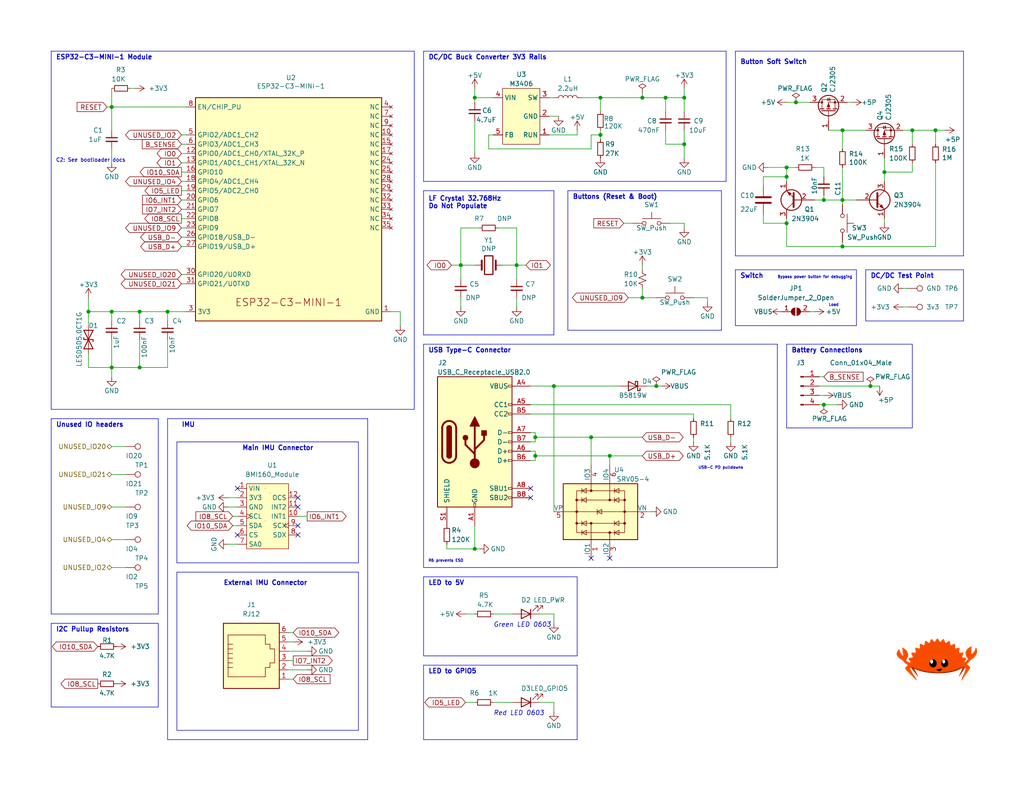
<source format=kicad_sch>
(kicad_sch (version 20230121) (generator eeschema)
  (paper "USLetter")
  (title_block (title "18650_Slime_Main") (date "2023-01-28") (rev "V1.0.0") (company "gitlab.com/wigwagwent/18650_slime") (comment 1 "Licensed under CERN-OHL-P v2 or later") (comment 2 "For use with SlimeVR and made with <3"))
  (junction (at 146.05 124.46))
  (junction (at 146.05 119.38))
  (junction (at 30.48 85.09))
  (junction (at 163.83 26.67))
  (junction (at 237.49 105.41))
  (junction (at 229.87 67.31))
  (junction (at 229.87 54.61))
  (junction (at 45.72 85.09))
  (junction (at 30.48 100.33))
  (junction (at 129.54 149.86))
  (junction (at 179.07 105.41))
  (junction (at 229.87 35.56))
  (junction (at 24.13 85.09))
  (junction (at 186.69 26.67))
  (junction (at 181.61 26.67))
  (junction (at 241.3 46.99))
  (junction (at 255.27 35.56))
  (junction (at 214.63 60.96))
  (junction (at 161.29 119.38))
  (junction (at 163.83 36.83))
  (junction (at 214.63 48.26))
  (junction (at 175.26 26.67))
  (junction (at 166.37 124.46))
  (junction (at 38.1 85.09))
  (junction (at 224.79 54.61))
  (junction (at 217.17 27.94))
  (junction (at 175.26 81.28))
  (junction (at 30.48 29.21))
  (junction (at 38.1 100.33))
  (junction (at 224.79 110.49))
  (junction (at 186.69 39.37))
  (junction (at 125.73 72.39))
  (junction (at 129.54 26.67))
  (junction (at 151.13 105.41))
  (junction (at 248.92 35.56))
  (junction (at 140.97 72.39))
  (junction (at 214.63 45.72))
  (no_connect (at 166.37 152.4))
  (no_connect (at 64.77 133.35))
  (no_connect (at 144.78 133.35))
  (no_connect (at 81.28 138.43))
  (no_connect (at 144.78 135.89))
  (no_connect (at 81.28 146.05))
  (no_connect (at 64.77 146.05))
  (no_connect (at 161.29 152.4))
  (no_connect (at 81.28 135.89))
  (no_connect (at 81.28 143.51))
  (wire (pts (xy 29.21 29.21) (xy 30.48 29.21)))
  (wire (pts (xy 175.26 72.39) (xy 175.26 73.66)))
  (polyline (pts (xy 13.97 13.97) (xy 113.03 13.97)))
  (wire (pts (xy 186.69 26.67) (xy 186.69 30.48)))
  (wire (pts (xy 146.05 118.11) (xy 146.05 119.38)))
  (wire (pts (xy 151.13 191.77) (xy 151.13 194.31)))
  (wire (pts (xy 161.29 40.64) (xy 133.35 40.64)))
  (wire (pts (xy 49.53 49.53) (xy 50.8 49.53)))
  (polyline (pts (xy 212.09 93.98) (xy 212.09 154.94)))
  (polyline (pts (xy 13.97 114.3) (xy 43.18 114.3)))
  (wire (pts (xy 214.63 67.31) (xy 229.87 67.31)))
  (polyline (pts (xy 100.33 201.93) (xy 100.33 114.3)))
  (wire (pts (xy 199.39 119.38) (xy 199.39 120.65)))
  (wire (pts (xy 151.13 167.64) (xy 151.13 170.18)))
  (wire (pts (xy 209.55 45.72) (xy 214.63 45.72)))
  (polyline (pts (xy 13.97 111.76) (xy 113.03 111.76)))
  (wire (pts (xy 80.01 175.26) (xy 78.74 175.26)))
  (wire (pts (xy 109.22 85.09) (xy 109.22 88.9)))
  (wire (pts (xy 49.53 64.77) (xy 50.8 64.77)))
  (polyline (pts (xy 13.97 193.04) (xy 43.18 193.04)))
  (polyline (pts (xy 43.18 170.18) (xy 43.18 193.04)))
  (polyline (pts (xy 154.94 90.17) (xy 196.85 90.17)))
  (wire (pts (xy 144.78 105.41) (xy 151.13 105.41)))
  (wire (pts (xy 24.13 100.33) (xy 30.48 100.33)))
  (wire (pts (xy 125.73 72.39) (xy 125.73 76.2)))
  (wire (pts (xy 125.73 72.39) (xy 123.19 72.39)))
  (polyline (pts (xy 248.92 116.84) (xy 248.92 93.98)))
  (wire (pts (xy 223.52 110.49) (xy 224.79 110.49)))
  (polyline (pts (xy 115.57 201.93) (xy 157.48 201.93)))
  (wire (pts (xy 181.61 35.56) (xy 181.61 39.37)))
  (wire (pts (xy 147.32 191.77) (xy 151.13 191.77)))
  (wire (pts (xy 30.48 40.64) (xy 30.48 44.45)))
  (wire (pts (xy 125.73 81.28) (xy 125.73 83.82)))
  (wire (pts (xy 214.63 59.69) (xy 214.63 60.96)))
  (wire (pts (xy 151.13 105.41) (xy 151.13 139.7)))
  (wire (pts (xy 62.23 138.43) (xy 64.77 138.43)))
  (wire (pts (xy 146.05 123.19) (xy 146.05 124.46)))
  (wire (pts (xy 63.5 143.51) (xy 64.77 143.51)))
  (wire (pts (xy 170.18 60.96) (xy 172.72 60.96)))
  (wire (pts (xy 193.04 81.28) (xy 193.04 82.55)))
  (wire (pts (xy 30.48 121.92) (xy 34.29 121.92)))
  (polyline (pts (xy 13.97 114.3) (xy 13.97 167.64)))
  (polyline (pts (xy 48.26 156.21) (xy 97.79 156.21)))
  (wire (pts (xy 224.79 45.72) (xy 224.79 48.26)))
  (wire (pts (xy 146.05 120.65) (xy 144.78 120.65)))
  (wire (pts (xy 49.53 36.83) (xy 50.8 36.83)))
  (wire (pts (xy 80.01 185.42) (xy 78.74 185.42)))
  (wire (pts (xy 144.78 123.19) (xy 146.05 123.19)))
  (wire (pts (xy 163.83 35.56) (xy 163.83 36.83)))
  (wire (pts (xy 189.23 113.03) (xy 189.23 114.3)))
  (polyline (pts (xy 115.57 49.53) (xy 198.12 49.53)))
  (wire (pts (xy 246.38 83.82) (xy 247.65 83.82)))
  (wire (pts (xy 129.54 72.39) (xy 125.73 72.39)))
  (wire (pts (xy 237.49 105.41) (xy 240.03 105.41)))
  (wire (pts (xy 49.53 41.91) (xy 50.8 41.91)))
  (wire (pts (xy 83.82 140.97) (xy 81.28 140.97)))
  (wire (pts (xy 147.32 167.64) (xy 151.13 167.64)))
  (wire (pts (xy 232.41 27.94) (xy 231.14 27.94)))
  (wire (pts (xy 181.61 26.67) (xy 181.61 30.48)))
  (wire (pts (xy 186.69 35.56) (xy 186.69 39.37)))
  (wire (pts (xy 166.37 124.46) (xy 166.37 127)))
  (wire (pts (xy 30.48 100.33) (xy 30.48 102.87)))
  (wire (pts (xy 129.54 26.67) (xy 129.54 27.94)))
  (polyline (pts (xy 13.97 170.18) (xy 43.18 170.18)))
  (polyline (pts (xy 262.89 87.63) (xy 236.22 87.63)))
  (wire (pts (xy 228.6 110.49) (xy 224.79 110.49)))
  (wire (pts (xy 30.48 92.71) (xy 30.48 100.33)))
  (polyline (pts (xy 262.89 73.66) (xy 262.89 87.63)))
  (wire (pts (xy 127 167.64) (xy 129.54 167.64)))
  (wire (pts (xy 24.13 85.09) (xy 24.13 88.9)))
  (wire (pts (xy 222.25 54.61) (xy 224.79 54.61)))
  (wire (pts (xy 133.35 36.83) (xy 134.62 36.83)))
  (wire (pts (xy 38.1 85.09) (xy 38.1 87.63)))
  (polyline (pts (xy 115.57 93.98) (xy 115.57 154.94)))
  (polyline (pts (xy 196.85 90.17) (xy 196.85 52.07)))
  (wire (pts (xy 30.48 147.32) (xy 34.29 147.32)))
  (wire (pts (xy 163.83 36.83) (xy 161.29 36.83)))
  (wire (pts (xy 49.53 54.61) (xy 50.8 54.61)))
  (wire (pts (xy 158.75 26.67) (xy 163.83 26.67)))
  (wire (pts (xy 125.73 62.23) (xy 125.73 72.39)))
  (wire (pts (xy 255.27 67.31) (xy 229.87 67.31)))
  (wire (pts (xy 45.72 100.33) (xy 38.1 100.33)))
  (polyline (pts (xy 97.79 120.65) (xy 97.79 153.67)))
  (polyline (pts (xy 115.57 181.61) (xy 157.48 181.61)))
  (wire (pts (xy 255.27 35.56) (xy 255.27 39.37)))
  (wire (pts (xy 181.61 39.37) (xy 186.69 39.37)))
  (polyline (pts (xy 115.57 93.98) (xy 212.09 93.98)))
  (wire (pts (xy 80.01 172.72) (xy 78.74 172.72)))
  (wire (pts (xy 45.72 85.09) (xy 50.8 85.09)))
  (polyline (pts (xy 262.89 69.85) (xy 262.89 13.97)))
  (wire (pts (xy 30.48 85.09) (xy 24.13 85.09)))
  (wire (pts (xy 248.92 35.56) (xy 246.38 35.56)))
  (wire (pts (xy 130.81 149.86) (xy 129.54 149.86)))
  (wire (pts (xy 36.83 24.13) (xy 35.56 24.13)))
  (wire (pts (xy 144.78 113.03) (xy 189.23 113.03)))
  (wire (pts (xy 175.26 81.28) (xy 179.07 81.28)))
  (polyline (pts (xy 45.72 201.93) (xy 100.33 201.93)))
  (polyline (pts (xy 115.57 157.48) (xy 157.48 157.48)))
  (wire (pts (xy 49.53 74.93) (xy 50.8 74.93)))
  (wire (pts (xy 149.86 31.75) (xy 152.4 31.75)))
  (wire (pts (xy 130.81 62.23) (xy 125.73 62.23)))
  (wire (pts (xy 63.5 140.97) (xy 64.77 140.97)))
  (polyline (pts (xy 115.57 13.97) (xy 198.12 13.97)))
  (wire (pts (xy 129.54 24.13) (xy 129.54 26.67)))
  (wire (pts (xy 214.63 45.72) (xy 217.17 45.72)))
  (polyline (pts (xy 200.66 88.9) (xy 233.68 88.9)))
  (polyline (pts (xy 196.85 52.07) (xy 154.94 52.07)))
  (wire (pts (xy 127 191.77) (xy 129.54 191.77)))
  (wire (pts (xy 106.68 85.09) (xy 109.22 85.09)))
  (wire (pts (xy 248.92 35.56) (xy 248.92 39.37)))
  (wire (pts (xy 189.23 119.38) (xy 189.23 120.65)))
  (wire (pts (xy 214.63 67.31) (xy 214.63 60.96)))
  (wire (pts (xy 134.62 167.64) (xy 139.7 167.64)))
  (wire (pts (xy 157.48 36.83) (xy 149.86 36.83)))
  (polyline (pts (xy 13.97 111.76) (xy 13.97 13.97)))
  (polyline (pts (xy 48.26 199.39) (xy 48.26 156.21)))
  (polyline (pts (xy 236.22 87.63) (xy 236.22 73.66)))
  (wire (pts (xy 229.87 35.56) (xy 236.22 35.56)))
  (wire (pts (xy 121.92 149.86) (xy 121.92 148.59)))
  (polyline (pts (xy 214.63 93.98) (xy 248.92 93.98)))
  (wire (pts (xy 45.72 92.71) (xy 45.72 100.33)))
  (wire (pts (xy 214.63 27.94) (xy 217.17 27.94)))
  (wire (pts (xy 45.72 87.63) (xy 45.72 85.09)))
  (wire (pts (xy 49.53 57.15) (xy 50.8 57.15)))
  (polyline (pts (xy 157.48 181.61) (xy 157.48 201.93)))
  (wire (pts (xy 189.23 81.28) (xy 193.04 81.28)))
  (polyline (pts (xy 115.57 179.07) (xy 157.48 179.07)))
  (wire (pts (xy 133.35 36.83) (xy 133.35 40.64)))
  (wire (pts (xy 248.92 46.99) (xy 241.3 46.99)))
  (wire (pts (xy 229.87 45.72) (xy 229.87 54.61)))
  (wire (pts (xy 146.05 124.46) (xy 146.05 125.73)))
  (polyline (pts (xy 43.18 167.64) (xy 43.18 114.3)))
  (wire (pts (xy 214.63 48.26) (xy 214.63 49.53)))
  (wire (pts (xy 129.54 26.67) (xy 134.62 26.67)))
  (polyline (pts (xy 233.68 88.9) (xy 233.68 73.66)))
  (wire (pts (xy 224.79 54.61) (xy 229.87 54.61)))
  (wire (pts (xy 223.52 105.41) (xy 237.49 105.41)))
  (polyline (pts (xy 100.33 114.3) (xy 45.72 114.3)))
  (wire (pts (xy 229.87 54.61) (xy 233.68 54.61)))
  (wire (pts (xy 45.72 85.09) (xy 38.1 85.09)))
  (wire (pts (xy 220.98 85.09) (xy 222.25 85.09)))
  (polyline (pts (xy 115.57 13.97) (xy 115.57 49.53)))
  (wire (pts (xy 214.63 45.72) (xy 214.63 48.26)))
  (wire (pts (xy 129.54 143.51) (xy 129.54 149.86)))
  (wire (pts (xy 229.87 35.56) (xy 229.87 40.64)))
  (wire (pts (xy 161.29 36.83) (xy 161.29 40.64)))
  (wire (pts (xy 186.69 24.13) (xy 186.69 26.67)))
  (wire (pts (xy 146.05 124.46) (xy 166.37 124.46)))
  (wire (pts (xy 30.48 29.21) (xy 50.8 29.21)))
  (polyline (pts (xy 214.63 116.84) (xy 248.92 116.84)))
  (wire (pts (xy 24.13 96.52) (xy 24.13 100.33)))
  (wire (pts (xy 241.3 60.96) (xy 241.3 59.69)))
  (wire (pts (xy 157.48 35.56) (xy 157.48 36.83)))
  (polyline (pts (xy 200.66 73.66) (xy 200.66 88.9)))
  (wire (pts (xy 229.87 54.61) (xy 229.87 55.88)))
  (wire (pts (xy 161.29 119.38) (xy 175.26 119.38)))
  (wire (pts (xy 255.27 44.45) (xy 255.27 67.31)))
  (wire (pts (xy 161.29 119.38) (xy 161.29 127)))
  (wire (pts (xy 146.05 119.38) (xy 146.05 120.65)))
  (wire (pts (xy 80.01 180.34) (xy 78.74 180.34)))
  (polyline (pts (xy 198.12 13.97) (xy 198.12 49.53)))
  (wire (pts (xy 38.1 92.71) (xy 38.1 100.33)))
  (wire (pts (xy 224.79 107.95) (xy 223.52 107.95)))
  (wire (pts (xy 229.87 67.31) (xy 229.87 66.04)))
  (polyline (pts (xy 115.57 157.48) (xy 115.57 179.07)))
  (wire (pts (xy 140.97 72.39) (xy 140.97 76.2)))
  (wire (pts (xy 175.26 26.67) (xy 181.61 26.67)))
  (wire (pts (xy 222.25 45.72) (xy 224.79 45.72)))
  (wire (pts (xy 129.54 33.02) (xy 129.54 41.91)))
  (wire (pts (xy 248.92 35.56) (xy 255.27 35.56)))
  (wire (pts (xy 30.48 129.54) (xy 34.29 129.54)))
  (wire (pts (xy 49.53 59.69) (xy 50.8 59.69)))
  (wire (pts (xy 30.48 154.94) (xy 34.29 154.94)))
  (wire (pts (xy 78.74 182.88) (xy 83.82 182.88)))
  (wire (pts (xy 163.83 26.67) (xy 175.26 26.67)))
  (polyline (pts (xy 214.63 93.98) (xy 214.63 116.84)))
  (wire (pts (xy 49.53 39.37) (xy 50.8 39.37)))
  (polyline (pts (xy 113.03 111.76) (xy 113.03 13.97)))
  (wire (pts (xy 49.53 52.07) (xy 50.8 52.07)))
  (wire (pts (xy 208.28 58.42) (xy 208.28 60.96)))
  (wire (pts (xy 146.05 125.73) (xy 144.78 125.73)))
  (wire (pts (xy 182.88 60.96) (xy 186.69 60.96)))
  (polyline (pts (xy 154.94 52.07) (xy 154.94 90.17)))
  (wire (pts (xy 121.92 149.86) (xy 129.54 149.86)))
  (wire (pts (xy 151.13 105.41) (xy 168.91 105.41)))
  (polyline (pts (xy 48.26 120.65) (xy 97.79 120.65)))
  (polyline (pts (xy 151.13 52.07) (xy 151.13 91.44)))
  (wire (pts (xy 144.78 118.11) (xy 146.05 118.11)))
  (wire (pts (xy 49.53 46.99) (xy 50.8 46.99)))
  (wire (pts (xy 135.89 62.23) (xy 140.97 62.23)))
  (wire (pts (xy 186.69 43.18) (xy 186.69 39.37)))
  (wire (pts (xy 144.78 110.49) (xy 199.39 110.49)))
  (polyline (pts (xy 97.79 153.67) (xy 48.26 153.67)))
  (polyline (pts (xy 13.97 167.64) (xy 43.18 167.64)))
  (wire (pts (xy 181.61 26.67) (xy 186.69 26.67)))
  (wire (pts (xy 177.8 139.7) (xy 176.53 139.7)))
  (wire (pts (xy 217.17 27.94) (xy 220.98 27.94)))
  (wire (pts (xy 30.48 29.21) (xy 30.48 35.56)))
  (wire (pts (xy 208.28 48.26) (xy 214.63 48.26)))
  (wire (pts (xy 49.53 44.45) (xy 50.8 44.45)))
  (polyline (pts (xy 151.13 52.07) (xy 115.57 52.07)))
  (wire (pts (xy 179.07 105.41) (xy 180.34 105.41)))
  (wire (pts (xy 171.45 81.28) (xy 175.26 81.28)))
  (wire (pts (xy 137.16 72.39) (xy 140.97 72.39)))
  (wire (pts (xy 49.53 67.31) (xy 50.8 67.31)))
  (wire (pts (xy 246.38 78.74) (xy 247.65 78.74)))
  (wire (pts (xy 241.3 49.53) (xy 241.3 46.99)))
  (wire (pts (xy 151.13 26.67) (xy 149.86 26.67)))
  (polyline (pts (xy 45.72 114.3) (xy 45.72 201.93)))
  (wire (pts (xy 199.39 114.3) (xy 199.39 110.49)))
  (polyline (pts (xy 97.79 199.39) (xy 48.26 199.39)))
  (polyline (pts (xy 157.48 157.48) (xy 157.48 179.07)))
  (polyline (pts (xy 97.79 156.21) (xy 97.79 199.39)))
  (wire (pts (xy 166.37 124.46) (xy 175.26 124.46)))
  (polyline (pts (xy 13.97 170.18) (xy 13.97 193.04)))
  (wire (pts (xy 226.06 35.56) (xy 229.87 35.56)))
  (wire (pts (xy 62.23 148.59) (xy 64.77 148.59)))
  (polyline (pts (xy 115.57 91.44) (xy 151.13 91.44)))
  (polyline (pts (xy 115.57 154.94) (xy 212.09 154.94)))
  (polyline (pts (xy 48.26 153.67) (xy 48.26 120.65)))
  (polyline (pts (xy 115.57 181.61) (xy 115.57 201.93)))
  (polyline (pts (xy 200.66 69.85) (xy 262.89 69.85)))
  (wire (pts (xy 163.83 26.67) (xy 163.83 30.48)))
  (polyline (pts (xy 200.66 13.97) (xy 200.66 69.85)))
  (wire (pts (xy 30.48 138.43) (xy 34.29 138.43)))
  (wire (pts (xy 248.92 44.45) (xy 248.92 46.99)))
  (wire (pts (xy 49.53 77.47) (xy 50.8 77.47)))
  (wire (pts (xy 38.1 100.33) (xy 30.48 100.33)))
  (wire (pts (xy 134.62 191.77) (xy 139.7 191.77)))
  (polyline (pts (xy 233.68 73.66) (xy 200.66 73.66)))
  (wire (pts (xy 175.26 78.74) (xy 175.26 81.28)))
  (wire (pts (xy 224.79 53.34) (xy 224.79 54.61)))
  (polyline (pts (xy 115.57 52.07) (xy 115.57 91.44)))
  (wire (pts (xy 62.23 135.89) (xy 64.77 135.89)))
  (wire (pts (xy 30.48 85.09) (xy 38.1 85.09)))
  (wire (pts (xy 140.97 62.23) (xy 140.97 72.39)))
  (wire (pts (xy 208.28 50.8) (xy 208.28 48.26)))
  (wire (pts (xy 78.74 177.8) (xy 83.82 177.8)))
  (wire (pts (xy 224.79 102.87) (xy 223.52 102.87)))
  (polyline (pts (xy 236.22 73.66) (xy 262.89 73.66)))
  (wire (pts (xy 140.97 81.28) (xy 140.97 83.82)))
  (polyline (pts (xy 262.89 13.97) (xy 200.66 13.97)))
  (wire (pts (xy 175.26 25.4) (xy 175.26 26.67)))
  (wire (pts (xy 176.53 105.41) (xy 179.07 105.41)))
  (wire (pts (xy 24.13 81.28) (xy 24.13 85.09)))
  (wire (pts (xy 214.63 60.96) (xy 208.28 60.96)))
  (wire (pts (xy 186.69 60.96) (xy 186.69 62.23)))
  (wire (pts (xy 140.97 72.39) (xy 143.51 72.39)))
  (wire (pts (xy 30.48 29.21) (xy 30.48 24.13)))
  (wire (pts (xy 30.48 87.63) (xy 30.48 85.09)))
  (wire (pts (xy 255.27 35.56) (xy 257.81 35.56)))
  (wire (pts (xy 49.53 62.23) (xy 50.8 62.23)))
  (wire (pts (xy 163.83 36.83) (xy 163.83 38.1)))
  (wire (pts (xy 241.3 46.99) (xy 241.3 43.18)))
  (wire (pts (xy 146.05 119.38) (xy 161.29 119.38)))
  (image (at 255.6495 180.1395) (scale 0.221118))
  (text "LED to 5V" (at 116.84 160.02 0) (effects (font (size 1.27 1.27) (thickness 0.254) bold) (justify left bottom)))
  (text "Load" (at 226.06 83.82 0) (effects (font (size 0.75 0.75)) (justify left bottom)))
  (text "I2C Pullup Resistors" (at 15.24 172.72 0) (effects (font (size 1.27 1.27) (thickness 0.254) bold) (justify left bottom)))
  (text "DC/DC Test Point" (at 237.49 76.2 0) (effects (font (size 1.27 1.27) (thickness 0.254) bold) (justify left bottom)))
  (text "LF Crystal 32.768Hz \nDo Not Populate" (at 116.84 57.15 0) (effects (font (size 1.27 1.27) (thickness 0.254) bold) (justify left bottom)))
  (text "External IMU Connector" (at 60.96 160.02 0) (effects (font (size 1.27 1.27) (thickness 0.254) bold) (justify left bottom)))
  (text "USB-C PD pulldowns" (at 190.5 128.27 0) (effects (font (size 0.75 0.75)) (justify left bottom)))
  (text "IMU" (at 49.53 116.84 0) (effects (font (size 1.27 1.27) (thickness 0.254) bold) (justify left bottom)))
  (text "DC/DC Buck Converter 3V3 Rails" (at 116.84 16.51 0) (effects (font (size 1.27 1.27) (thickness 0.254) bold) (justify left bottom)))
  (text "Buttons (Reset & Boot)" (at 156.21 54.61 0) (effects (font (size 1.27 1.27) (thickness 0.254) bold) (justify left bottom)))
  (text "Main IMU Connector" (at 66.04 123.19 0) (effects (font (size 1.27 1.27) (thickness 0.254) bold) (justify left bottom)))
  (text "Battery Connections" (at 215.9 96.52 0) (effects (font (size 1.27 1.27) (thickness 0.254) bold) (justify left bottom)))
  (text "Bypass power button for debugging" (at 212.09 76.2 0) (effects (font (size 0.75 0.75)) (justify left bottom)))
  (text "Button Soft Switch" (at 201.93 17.78 0) (effects (font (size 1.27 1.27) (thickness 0.254) bold) (justify left bottom)))
  (text "Unused IO headers" (at 15.24 116.84 0) (effects (font (size 1.27 1.27) (thickness 0.254) bold) (justify left bottom)))
  (text "LED to GPIO5" (at 116.84 184.15 0) (effects (font (size 1.27 1.27) (thickness 0.254) bold) (justify left bottom)))
  (text "ESP32-C3-MINI-1 Module" (at 15.24 16.51 0) (effects (font (size 1.27 1.27) (thickness 0.254) bold) (justify left bottom)))
  (text "Green LED 0603" (at 134.62 171.45 0) (effects (font (size 1.27 1.27) italic) (justify left bottom)))
  (text "USB Type-C Connector" (at 116.84 96.52 0) (effects (font (size 1.27 1.27) (thickness 0.254) bold) (justify left bottom)))
  (text "Red LED 0603" (at 134.62 195.58 0) (effects (font (size 1.27 1.27) italic) (justify left bottom)))
  (text "Switch" (at 201.93 76.2 0) (effects (font (size 1.27 1.27) (thickness 0.254) bold) (justify left bottom)))
  (text "R6 prevents ESD" (at 116.84 153.67 0) (effects (font (size 0.75 0.75)) (justify left bottom)))
  (text "C2: See bootloader docs" (at 34.29 44.45 0) (effects (font (size 1 1)) (justify right bottom)))
  (global_label "IO7_INT2" (shape output) (at 80.01 180.34 0) (property "Intersheetrefs" "${INTERSHEET_REFS}" (effects hide)))
  (global_label "B_SENSE" (shape input) (at 49.53 39.37 180) (property "Intersheetrefs" "${INTERSHEET_REFS}" (effects hide)))
  (global_label "IO8_SCL" (shape output) (at 49.53 59.69 180) (property "Intersheetrefs" "${INTERSHEET_REFS}" (effects hide)))
  (global_label "IO5_LED" (shape bidirectional) (at 127 191.77 180) (property "Intersheetrefs" "${INTERSHEET_REFS}" (effects hide)))
  (global_label "USB_D-" (shape bidirectional) (at 49.53 64.77 180) (property "Intersheetrefs" "${INTERSHEET_REFS}" (effects hide)))
  (global_label "UNUSED_IO21" (shape bidirectional) (at 49.53 77.47 180) (property "Intersheetrefs" "${INTERSHEET_REFS}" (effects hide)))
  (global_label "B_SENSE" (shape input) (at 224.79 102.87 0) (property "Intersheetrefs" "${INTERSHEET_REFS}" (effects hide)))
  (global_label "IO5_LED" (shape output) (at 49.53 52.07 180) (property "Intersheetrefs" "${INTERSHEET_REFS}" (effects hide)))
  (global_label "IO10_SDA" (shape bidirectional) (at 80.01 172.72 0) (property "Intersheetrefs" "${INTERSHEET_REFS}" (effects hide)))
  (global_label "IO0" (shape bidirectional) (at 123.19 72.39 180) (property "Intersheetrefs" "${INTERSHEET_REFS}" (effects hide)))
  (global_label "USB_D-" (shape bidirectional) (at 175.26 119.38 0) (property "Intersheetrefs" "${INTERSHEET_REFS}" (effects hide)))
  (global_label "IO7_INT2" (shape input) (at 49.53 57.15 180) (property "Intersheetrefs" "${INTERSHEET_REFS}" (effects hide)))
  (global_label "UNUSED_IO9" (shape bidirectional) (at 49.53 62.23 180) (property "Intersheetrefs" "${INTERSHEET_REFS}" (effects hide)))
  (global_label "UNUSED_IO20" (shape bidirectional) (at 49.53 74.93 180) (property "Intersheetrefs" "${INTERSHEET_REFS}" (effects hide)))
  (global_label "IO8_SCL" (shape input) (at 63.5 140.97 180) (property "Intersheetrefs" "${INTERSHEET_REFS}" (effects hide)))
  (global_label "IO6_INT1" (shape input) (at 49.53 54.61 180) (property "Intersheetrefs" "${INTERSHEET_REFS}" (effects hide)))
  (global_label "UNUSED_IO9" (shape bidirectional) (at 171.45 81.28 180) (property "Intersheetrefs" "${INTERSHEET_REFS}" (effects hide)))
  (global_label "USB_D+" (shape bidirectional) (at 49.53 67.31 180) (property "Intersheetrefs" "${INTERSHEET_REFS}" (effects hide)))
  (global_label "USB_D+" (shape bidirectional) (at 175.26 124.46 0) (property "Intersheetrefs" "${INTERSHEET_REFS}" (effects hide)))
  (global_label "IO10_SDA" (shape bidirectional) (at 63.5 143.51 180) (property "Intersheetrefs" "${INTERSHEET_REFS}" (effects hide)))
  (global_label "IO8_SCL" (shape output) (at 26.67 186.69 180) (property "Intersheetrefs" "${INTERSHEET_REFS}" (effects hide)))
  (global_label "IO1" (shape bidirectional) (at 143.51 72.39 0) (property "Intersheetrefs" "${INTERSHEET_REFS}" (effects hide)))
  (global_label "IO6_INT1" (shape output) (at 83.82 140.97 0) (property "Intersheetrefs" "${INTERSHEET_REFS}" (effects hide)))
  (global_label "IO0" (shape bidirectional) (at 49.53 41.91 180) (property "Intersheetrefs" "${INTERSHEET_REFS}" (effects hide)))
  (global_label "RESET" (shape input) (at 29.21 29.21 180) (property "Intersheetrefs" "${INTERSHEET_REFS}" (effects hide)))
  (global_label "IO10_SDA" (shape output) (at 49.53 46.99 180) (property "Intersheetrefs" "${INTERSHEET_REFS}" (effects hide)))
  (global_label "UNUSED_IO2" (shape bidirectional) (at 49.53 36.83 180) (property "Intersheetrefs" "${INTERSHEET_REFS}" (effects hide)))
  (global_label "RESET" (shape input) (at 170.18 60.96 180) (property "Intersheetrefs" "${INTERSHEET_REFS}" (effects hide)))
  (global_label "IO8_SCL" (shape input) (at 80.01 185.42 0) (property "Intersheetrefs" "${INTERSHEET_REFS}" (effects hide)))
  (global_label "IO10_SDA" (shape bidirectional) (at 26.67 176.53 180) (property "Intersheetrefs" "${INTERSHEET_REFS}" (effects hide)))
  (global_label "IO1" (shape bidirectional) (at 49.53 44.45 180) (property "Intersheetrefs" "${INTERSHEET_REFS}" (effects hide)))
  (global_label "UNUSED_IO4" (shape bidirectional) (at 49.53 49.53 180) (property "Intersheetrefs" "${INTERSHEET_REFS}" (effects hide)))
  (hierarchical_label "UNUSED_IO21" (shape bidirectional) (at 30.48 129.54 180))
  (hierarchical_label "UNUSED_IO9" (shape bidirectional) (at 30.48 138.43 180))
  (hierarchical_label "UNUSED_IO4" (shape bidirectional) (at 30.48 147.32 180))
  (hierarchical_label "UNUSED_IO20" (shape bidirectional) (at 30.48 121.92 180))
  (hierarchical_label "UNUSED_IO2" (shape bidirectional) (at 30.48 154.94 180))
  (symbol (lib_id "18650:ESP32-C3-MINI-1") (at 78.74 57.15 0) (unit 1)
    (property "Reference" "U2" (at 79.375 21.209 0))
    (property "Value" "ESP32-C3-MINI-1" (at 79.375 23.5204 0))
    (property "Footprint" "18650:ESP32-C3-MINI-1_HandSoldering" (effects hide))
    (property "Datasheet" "https://www.espressif.com/sites/default/files/documentation/esp32-c3-mini-1_datasheet_en.pdf" (effects hide))
  )
  (symbol (lib_id "Device:C_Small") (at 45.72 90.17 0) (unit 1)
    (property "Reference" "C4" (at 46.99 87.63 0) (effects (justify left)))
    (property "Value" "10nF" (at 46.99 96.52 90) (effects (justify left)))
    (property "Footprint" "Capacitor_SMD:C_0805_2012Metric_Pad1.18x1.45mm_HandSolder" (effects hide))
    (property "Requirements" "10V" (effects hide))
  )
  (symbol (lib_id "Device:C_Small") (at 38.1 90.17 0) (unit 1)
    (property "Reference" "C3" (at 39.37 87.63 0) (effects (justify left)))
    (property "Value" "100nF" (at 39.37 97.79 90) (effects (justify left)))
    (property "Footprint" "Capacitor_SMD:C_0805_2012Metric_Pad1.18x1.45mm_HandSolder" (effects hide))
    (property "Requirements" "10V" (effects hide))
  )
  (symbol (lib_id "power:+3V3") (at 24.13 81.28 0) (unit 1)
    (property "Reference" "#PWR01" (effects hide))
    (property "Value" "+3V3" (at 24.13 77.724 0))
  )
  (symbol (lib_id "Device:R_Small") (at 33.02 24.13 90) (unit 1)
    (property "Reference" "R3" (at 34.29 19.05 90) (effects (justify left)))
    (property "Value" "10K" (at 34.29 21.59 90) (effects (justify left)))
    (property "Footprint" "Resistor_SMD:R_0805_2012Metric_Pad1.20x1.40mm_HandSolder" (effects hide))
  )
  (symbol (lib_id "power:+3V3") (at 36.83 24.13 270) (unit 1)
    (property "Reference" "#PWR06" (effects hide))
    (property "Value" "+3V3" (at 43.18 24.13 90))
  )
  (symbol (lib_id "Device:C_Small") (at 30.48 38.1 0) (unit 1)
    (property "Reference" "C1" (at 25.4 35.56 0) (effects (justify left)))
    (property "Value" "1uF" (at 24.13 38.1 0) (effects (justify left)))
    (property "Footprint" "Capacitor_SMD:C_0805_2012Metric_Pad1.18x1.45mm_HandSolder" (effects hide))
    (property "Requirements" "16V" (effects hide))
  )
  (symbol (lib_id "power:GND") (at 30.48 44.45 0) (unit 1)
    (property "Reference" "#PWR02" (effects hide))
    (property "Value" "GND" (at 30.48 48.26 0))
  )
  (symbol (lib_id "Device:C_Small") (at 30.48 90.17 0) (unit 1)
    (property "Reference" "C2" (at 31.75 87.63 0) (effects (justify left)))
    (property "Value" "1uF" (at 31.75 95.25 90) (effects (justify left)))
    (property "Footprint" "Capacitor_SMD:C_0805_2012Metric_Pad1.18x1.45mm_HandSolder" (effects hide))
    (property "Requirements" "16V" (effects hide))
  )
  (symbol (lib_id "power:GND") (at 30.48 102.87 0) (unit 1)
    (property "Reference" "#PWR03" (effects hide))
    (property "Value" "GND" (at 30.48 106.68 0))
  )
  (symbol (lib_id "Device:Crystal") (at 133.35 72.39 0) (unit 1) (in_bom no)
    (property "Reference" "Y1" (at 133.35 65.5828 0))
    (property "Value" "DNP" (at 133.35 67.8942 0))
    (property "Footprint" "Crystal:Crystal_SMD_3215-2Pin_3.2x1.5mm" (effects hide))
    (property "Requirements" "32.768Hz" (effects hide))
  )
  (symbol (lib_id "Device:C_Small") (at 125.73 78.74 0) (unit 1) (in_bom no)
    (property "Reference" "C5" (at 128.0668 77.5716 0) (effects (justify left)))
    (property "Value" "DNP" (at 127 81.28 0) (effects (justify left)))
    (property "Footprint" "Capacitor_SMD:C_0805_2012Metric_Pad1.18x1.45mm_HandSolder" (effects hide))
  )
  (symbol (lib_id "Device:C_Small") (at 140.97 78.74 0) (unit 1) (in_bom no)
    (property "Reference" "C7" (at 143.3068 77.5716 0) (effects (justify left)))
    (property "Value" "DNP" (at 142.24 81.28 0) (effects (justify left)))
    (property "Footprint" "Capacitor_SMD:C_0805_2012Metric_Pad1.18x1.45mm_HandSolder" (effects hide))
  )
  (symbol (lib_id "Device:R_Small") (at 133.35 62.23 90) (unit 1)
    (property "Reference" "R7" (at 132.08 59.69 90) (effects (justify left)))
    (property "Value" "DNP" (at 139.7 59.69 90) (effects (justify left)))
    (property "Footprint" "Resistor_SMD:R_0805_2012Metric_Pad1.20x1.40mm_HandSolder" (effects hide))
  )
  (symbol (lib_id "power:GND") (at 125.73 83.82 0) (unit 1)
    (property "Reference" "#PWR014" (effects hide))
    (property "Value" "GND" (at 125.73 87.63 0))
  )
  (symbol (lib_id "power:GND") (at 140.97 83.82 0) (unit 1)
    (property "Reference" "#PWR019" (effects hide))
    (property "Value" "GND" (at 140.97 87.63 0))
  )
  (symbol (lib_id "Device:D_TVS") (at 24.13 92.71 270) (unit 1)
    (property "Reference" "D1" (at 24.13 88.9 90) (effects (justify left)))
    (property "Value" "LESD5D5.0CT1G" (at 21.59 85.09 0) (effects (justify left)))
    (property "Footprint" "Diode_SMD:D_SOD-523" (effects hide))
  )
  (symbol (lib_id "power:PWR_FLAG") (at 237.49 105.41 0) (unit 1)
    (property "Reference" "#FLG05" (effects hide))
    (property "Value" "PWR_FLAG" (at 238.76 102.87 0) (effects (justify left)))
  )
  (symbol (lib_id "power:+3V3") (at 246.38 83.82 90) (unit 1)
    (property "Reference" "#PWR044" (effects hide))
    (property "Value" "+3V3" (at 237.49 83.82 90) (effects (justify right)))
  )
  (symbol (lib_id "power:GND") (at 151.13 170.18 0) (unit 1)
    (property "Reference" "#PWR020" (effects hide))
    (property "Value" "GND" (at 151.13 173.99 0))
  )
  (symbol (lib_id "power:+5V") (at 214.63 27.94 90) (unit 1)
    (property "Reference" "#PWR036" (effects hide))
    (property "Value" "+5V" (at 209.55 27.94 90))
  )
  (symbol (lib_id "power:PWR_FLAG") (at 217.17 27.94 0) (unit 1)
    (property "Reference" "#FLG03" (effects hide))
    (property "Value" "PWR_FLAG" (at 212.09 24.13 0) (effects (justify left)))
  )
  (symbol (lib_id "Connector:TestPoint") (at 34.29 129.54 270) (unit 1)
    (property "Reference" "TP2" (at 36.83 134.62 90) (effects (justify left)))
    (property "Value" "IO21" (at 34.29 132.08 90) (effects (justify left)))
    (property "Footprint" "TestPoint:TestPoint_Pad_D1.0mm" (effects hide))
  )
  (symbol (lib_id "power:+3V3") (at 175.26 72.39 0) (unit 1)
    (property "Reference" "#PWR025" (effects hide))
    (property "Value" "+3V3" (at 175.26 68.834 0))
  )
  (symbol (lib_id "power:GND") (at 129.54 41.91 0) (unit 1)
    (property "Reference" "#PWR017" (effects hide))
    (property "Value" "GND" (at 129.54 45.72 0))
  )
  (symbol (lib_id "Power_Protection:SRV05-4") (at 163.83 139.7 90) (unit 1)
    (property "Reference" "U4" (at 168.91 128.27 90))
    (property "Value" "SRV05-4" (at 172.72 130.81 90))
    (property "Footprint" "Package_TO_SOT_SMD:SOT-23-6" (effects hide))
    (property "Datasheet" "http://www.onsemi.com/pub/Collateral/SRV05-4-D.PDF" (effects hide))
  )
  (symbol (lib_id "Device:R_Small") (at 132.08 167.64 90) (unit 1)
    (property "Reference" "R5" (at 133.35 162.56 90) (effects (justify left)))
    (property "Value" "4.7K" (at 134.62 165.1 90) (effects (justify left)))
    (property "Footprint" "Resistor_SMD:R_0805_2012Metric_Pad1.20x1.40mm_HandSolder" (effects hide))
    (property "Requirements" "4.7K 1%" (effects hide))
  )
  (symbol (lib_id "power:VBUS") (at 224.79 107.95 270) (unit 1)
    (property "Reference" "#PWR038" (effects hide))
    (property "Value" "VBUS" (at 229.87 107.95 90))
  )
  (symbol (lib_id "Connector:RJ12") (at 68.58 180.34 0) (unit 1)
    (property "Reference" "J1" (at 68.58 165.1 0))
    (property "Value" "RJ12" (at 68.58 167.64 0))
    (property "Footprint" "18650:EVERCOM 5501-660211111" (effects hide))
  )
  (symbol (lib_id "power:GND") (at 228.6 110.49 90) (unit 1)
    (property "Reference" "#PWR039" (effects hide))
    (property "Value" "GND" (at 233.68 110.49 90))
  )
  (symbol (lib_id "power:PWR_FLAG") (at 175.26 25.4 0) (unit 1)
    (property "Reference" "#FLG01" (effects hide))
    (property "Value" "PWR_FLAG" (at 175.26 21.59 0))
  )
  (symbol (lib_id "power:GND") (at 109.22 88.9 0) (unit 1)
    (property "Reference" "#PWR013" (effects hide))
    (property "Value" "GND" (at 109.22 92.71 0))
  )
  (symbol (lib_id "Device:LED") (at 143.51 191.77 180) (unit 1)
    (property "Reference" "D3" (at 143.51 187.96 0))
    (property "Value" "LED_GPIO5" (at 149.86 187.96 0))
    (property "Footprint" "LED_SMD:LED_0603_1608Metric_Pad1.05x0.95mm_HandSolder" (effects hide))
  )
  (symbol (lib_id "Connector:USB_C_Receptacle_USB2.0") (at 129.54 120.65 0) (unit 1)
    (property "Reference" "J2" (at 121.92 99.06 0) (effects (justify right)))
    (property "Value" "USB_C_Receptacle_USB2.0" (at 144.78 101.6 0) (effects (justify right)))
    (property "Footprint" "Connector_USB:USB_C_Receptacle_GCT_USB4085" (effects hide))
    (property "Datasheet" "https://www.usb.org/sites/default/files/documents/usb_type-c.zip" (effects hide))
    (property "PARTREV" "A3" (effects hide))
    (property "STANDARD" "Manufacturer Recommendations" (effects hide))
    (property "MAXIMUM_PACKAGE_HEIGHT" "3.31 mm" (effects hide))
    (property "MANUFACTURER" "GCT" (effects hide))
    (property "LCSC" " C319148" (effects hide))
  )
  (symbol (lib_id "Connector:TestPoint") (at 34.29 121.92 270) (unit 1)
    (property "Reference" "TP1" (at 36.83 127 90) (effects (justify left)))
    (property "Value" "IO20" (at 34.29 124.46 90) (effects (justify left)))
    (property "Footprint" "TestPoint:TestPoint_Pad_D1.0mm" (effects hide))
  )
  (symbol (lib_id "Device:R_Small") (at 163.83 40.64 0) (unit 1)
    (property "Reference" "R9" (at 165.1 39.37 0) (effects (justify left)))
    (property "Value" "27K" (at 165.1 41.91 0) (effects (justify left)))
    (property "Footprint" "Resistor_SMD:R_0805_2012Metric_Pad1.20x1.40mm_HandSolder" (effects hide))
    (property "Requirements" "1%" (effects hide))
  )
  (symbol (lib_id "power:GND") (at 199.39 120.65 0) (unit 1)
    (property "Reference" "#PWR033" (effects hide))
    (property "Value" "GND" (at 199.39 124.46 0))
  )
  (symbol (lib_id "Device:L") (at 154.94 26.67 90) (unit 1)
    (property "Reference" "L1" (at 154.94 21.59 90))
    (property "Value" "2.2uH" (at 154.94 24.13 90))
    (property "Footprint" "Inductor_SMD:L_Wuerth_MAPI-3015" (effects hide))
  )
  (symbol (lib_id "power:GND") (at 62.23 138.43 270) (unit 1)
    (property "Reference" "#PWR08" (effects hide))
    (property "Value" "GND" (at 57.15 138.43 90))
  )
  (symbol (lib_id "Connector:TestPoint") (at 34.29 154.94 270) (unit 1)
    (property "Reference" "TP5" (at 36.83 160.02 90) (effects (justify left)))
    (property "Value" "IO2" (at 34.29 157.48 90) (effects (justify left)))
    (property "Footprint" "TestPoint:TestPoint_Pad_D1.0mm" (effects hide))
  )
  (symbol (lib_id "Device:R_Small") (at 29.21 176.53 90) (unit 1)
    (property "Reference" "R1" (at 29.2424 174.8332 90))
    (property "Value" "4.7K" (at 29.21 179.07 90) (effects (font (size 1.2 1.2))))
    (property "Footprint" "Resistor_SMD:R_0805_2012Metric_Pad1.20x1.40mm_HandSolder" (effects hide))
  )
  (symbol (lib_id "power:+5V") (at 127 167.64 90) (unit 1)
    (property "Reference" "#PWR015" (effects hide))
    (property "Value" "+5V" (at 121.92 167.64 90))
  )
  (symbol (lib_id "Device:LED") (at 143.51 167.64 180) (unit 1)
    (property "Reference" "D2" (at 143.51 163.83 0))
    (property "Value" "LED_PWR" (at 149.86 163.83 0))
    (property "Footprint" "LED_SMD:LED_0603_1608Metric_Pad1.05x0.95mm_HandSolder" (effects hide))
  )
  (symbol (lib_id "power:+5V") (at 129.54 24.13 0) (unit 1)
    (property "Reference" "#PWR016" (effects hide))
    (property "Value" "+5V" (at 129.54 20.574 0))
  )
  (symbol (lib_id "power:+3V3") (at 62.23 135.89 90) (unit 1)
    (property "Reference" "#PWR07" (effects hide))
    (property "Value" "+3V3" (at 53.34 135.89 90) (effects (justify right)))
  )
  (symbol (lib_id "Jumper:SolderJumper_2_Open") (at 217.17 85.09 0) (unit 1)
    (property "Reference" "JP1" (at 217.17 78.74 0))
    (property "Value" "SolderJumper_2_Open" (at 217.17 81.28 0))
    (property "Footprint" "Jumper:SolderJumper-2_P1.3mm_Open_TrianglePad1.0x1.5mm" (effects hide))
  )
  (symbol (lib_id "power:GND") (at 83.82 177.8 90) (unit 1)
    (property "Reference" "#PWR011" (effects hide))
    (property "Value" "GND" (at 88.9 177.8 90))
  )
  (symbol (lib_id "Device:R_Small") (at 189.23 116.84 0) (unit 1)
    (property "Reference" "R11" (at 190.9572 115.6716 0) (effects (justify left)))
    (property "Value" "5.1K" (at 193.04 125.73 90) (effects (justify left)))
    (property "Footprint" "Resistor_SMD:R_0805_2012Metric_Pad1.20x1.40mm_HandSolder" (effects hide))
  )
  (symbol (lib_id "power:+3V3") (at 31.75 186.69 270) (unit 1)
    (property "Reference" "#PWR05" (effects hide))
    (property "Value" "+3V3" (at 35.56 186.6899 90) (effects (justify left)))
  )
  (symbol (lib_id "power:VBUS") (at 180.34 105.41 270) (unit 1)
    (property "Reference" "#PWR027" (effects hide))
    (property "Value" "VBUS" (at 185.42 105.41 90))
  )
  (symbol (lib_id "power:GND") (at 186.69 43.18 0) (unit 1)
    (property "Reference" "#PWR029" (effects hide))
    (property "Value" "GND" (at 186.69 46.99 0))
  )
  (symbol (lib_id "power:GND") (at 193.04 82.55 0) (unit 1)
    (property "Reference" "#PWR032" (effects hide))
    (property "Value" "GND" (at 193.04 86.36 0))
  )
  (symbol (lib_id "Connector:TestPoint") (at 34.29 138.43 270) (unit 1)
    (property "Reference" "TP3" (at 34.29 143.51 90) (effects (justify left)))
    (property "Value" "IO9" (at 34.29 140.97 90) (effects (justify left)))
    (property "Footprint" "TestPoint:TestPoint_Pad_D1.0mm" (effects hide))
  )
  (symbol (lib_id "Device:R_Small") (at 132.08 191.77 90) (unit 1)
    (property "Reference" "R6" (at 130.81 189.23 90) (effects (justify left)))
    (property "Value" "1K" (at 135.89 189.23 90) (effects (justify left)))
    (property "Footprint" "Resistor_SMD:R_0805_2012Metric_Pad1.20x1.40mm_HandSolder" (effects hide))
    (property "Requirements" "1K 1%" (effects hide))
  )
  (symbol (lib_id "Device:C_Small") (at 224.79 50.8 180) (unit 1)
    (property "Reference" "C11" (at 228.6 49.53 90) (effects (justify left)))
    (property "Value" "10nF" (at 222.25 48.26 90) (effects (justify left)))
    (property "Footprint" "Capacitor_SMD:C_0805_2012Metric_Pad1.18x1.45mm_HandSolder" (effects hide))
  )
  (symbol (lib_id "power:GND") (at 152.4 31.75 0) (unit 1)
    (property "Reference" "#PWR022" (effects hide))
    (property "Value" "GND" (at 152.4 35.56 0))
  )
  (symbol (lib_id "Switch:SW_Push") (at 177.8 60.96 0) (unit 1)
    (property "Reference" "SW1" (at 177.8 55.88 0))
    (property "Value" "SW_Push" (at 177.8 62.23 0))
    (property "Footprint" "18650:TSC005A1732A" (effects hide))
    (property "Datasheet" "https://datasheet.lcsc.com/lcsc/2108252230_BZCN-TSC005A1732A_C2888878.pdf" (effects hide))
    (property "LCSC" "C2888878" (effects hide))
  )
  (symbol (lib_id "power:+5P") (at 232.41 27.94 270) (unit 1)
    (property "Reference" "#PWR040" (effects hide))
    (property "Value" "+5P" (at 234.95 27.94 90) (effects (justify left)))
  )
  (symbol (lib_id "Connector:TestPoint") (at 247.65 83.82 270) (unit 1)
    (property "Reference" "TP7" (at 257.81 83.82 90) (effects (justify left)))
    (property "Value" "3v3" (at 252.73 83.82 90) (effects (justify left)))
    (property "Footprint" "TestPoint:TestPoint_Pad_D1.0mm" (effects hide))
  )
  (symbol (lib_id "Transistor_FET:DMG2301L") (at 241.3 38.1 90) (unit 1)
    (property "Reference" "Q4" (at 240.1316 32.9184 0) (effects (justify left)))
    (property "Value" "CJ2305" (at 242.443 32.9184 0) (effects (justify left)))
    (property "Footprint" "Package_TO_SOT_SMD:SOT-23_Handsoldering" (effects hide))
    (property "Datasheet" "https://www.diodes.com/assets/Datasheets/DMG2301L.pdf" (effects hide))
  )
  (symbol (lib_id "Device:C") (at 208.28 54.61 0) (unit 1)
    (property "Reference" "C10" (at 201.93 53.34 0) (effects (justify left)))
    (property "Value" "22uF" (at 201.93 57.15 0) (effects (justify left)))
    (property "Footprint" "Capacitor_SMD:C_0805_2012Metric_Pad1.18x1.45mm_HandSolder" (effects hide))
  )
  (symbol (lib_id "power:PWR_FLAG") (at 179.07 105.41 0) (unit 1)
    (property "Reference" "#FLG02" (effects hide))
    (property "Value" "PWR_FLAG" (at 180.34 101.6 0) (effects (justify left)))
  )
  (symbol (lib_id "power:VBUS") (at 213.36 85.09 90) (unit 1)
    (property "Reference" "#PWR035" (effects hide))
    (property "Value" "VBUS" (at 208.28 85.09 90))
  )
  (symbol (lib_id "power:GND") (at 189.23 120.65 0) (unit 1)
    (property "Reference" "#PWR031" (effects hide))
    (property "Value" "GND" (at 189.23 124.46 0))
  )
  (symbol (lib_id "power:GND") (at 246.38 78.74 270) (unit 1)
    (property "Reference" "#PWR043" (effects hide))
    (property "Value" "GND" (at 241.3 78.74 90))
  )
  (symbol (lib_id "Device:R_Small") (at 29.21 186.69 270) (unit 1)
    (property "Reference" "R2" (at 29.21 184.15 90))
    (property "Value" "4.7K" (at 29.21 189.23 90) (effects (font (size 1.2 1.2))))
    (property "Footprint" "Resistor_SMD:R_0805_2012Metric_Pad1.20x1.40mm_HandSolder" (effects hide))
  )
  (symbol (lib_id "Device:R_Small") (at 248.92 41.91 0) (unit 1)
    (property "Reference" "R15" (at 242.57 40.64 0) (effects (justify left)))
    (property "Value" "100K" (at 242.57 43.18 0) (effects (justify left)))
    (property "Footprint" "Resistor_SMD:R_0805_2012Metric_Pad1.20x1.40mm_HandSolder" (effects hide))
  )
  (symbol (lib_id "power:+5P") (at 257.81 35.56 270) (unit 1)
    (property "Reference" "#PWR045" (effects hide))
    (property "Value" "+5P" (at 257.81 38.1 90) (effects (justify left)))
  )
  (symbol (lib_id "18650:BMI160_Module") (at 77.47 134.62 0) (unit 1)
    (property "Reference" "U1" (at 74.295 127 0))
    (property "Value" "BMI160_Module" (at 74.295 129.54 0))
    (property "Footprint" "18650:BMI160" (effects hide))
  )
  (symbol (lib_id "power:GND") (at 62.23 148.59 270) (unit 1)
    (property "Reference" "#PWR09" (effects hide))
    (property "Value" "GND" (at 58.42 148.59 0))
  )
  (symbol (lib_id "Connector:TestPoint") (at 247.65 78.74 270) (unit 1)
    (property "Reference" "TP6" (at 257.81 78.74 90) (effects (justify left)))
    (property "Value" "GND" (at 252.73 78.74 90) (effects (justify left)))
    (property "Footprint" "TestPoint:TestPoint_Pad_D1.0mm" (effects hide))
  )
  (symbol (lib_id "Device:R_Small") (at 255.27 41.91 0) (unit 1)
    (property "Reference" "R16" (at 256.9972 40.7416 0) (effects (justify left)))
    (property "Value" "1M" (at 256.9972 43.053 0) (effects (justify left)))
    (property "Footprint" "Resistor_SMD:R_0805_2012Metric_Pad1.20x1.40mm_HandSolder" (effects hide))
  )
  (symbol (lib_id "Transistor_BJT:2N3904") (at 238.76 54.61 0) (unit 1)
    (property "Reference" "Q3" (at 243.84 53.3399 0) (effects (justify left)))
    (property "Value" "2N3904" (at 243.84 55.8799 0) (effects (justify left)))
    (property "Footprint" "Package_TO_SOT_SMD:SOT-23-3" (effects hide))
    (property "Datasheet" "https://www.onsemi.com/pub/Collateral/2N3903-D.PDF" (effects hide))
  )
  (symbol (lib_id "power:GND") (at 241.3 60.96 0) (unit 1)
    (property "Reference" "#PWR042" (effects hide))
    (property "Value" "GND" (at 241.3 64.77 0))
  )
  (symbol (lib_id "power:+3V3") (at 31.75 176.53 270) (unit 1)
    (property "Reference" "#PWR04" (effects hide))
    (property "Value" "+3V3" (at 35.56 176.5299 90) (effects (justify left)))
  )
  (symbol (lib_id "Connector:TestPoint") (at 34.29 147.32 270) (unit 1)
    (property "Reference" "TP4" (at 36.83 152.4 90) (effects (justify left)))
    (property "Value" "IO4" (at 34.29 149.86 90) (effects (justify left)))
    (property "Footprint" "TestPoint:TestPoint_Pad_D1.0mm" (effects hide))
  )
  (symbol (lib_id "power:+5V") (at 222.25 85.09 270) (unit 1)
    (property "Reference" "#PWR037" (effects hide))
    (property "Value" "+5V" (at 227.33 85.09 90))
  )
  (symbol (lib_id "Device:C_Small") (at 186.69 33.02 0) (unit 1)
    (property "Reference" "C9" (at 189.23 33.02 0) (effects (justify left)))
    (property "Value" "10uF" (at 187.96 35.56 0) (effects (justify left)))
    (property "Footprint" "Capacitor_SMD:C_0805_2012Metric_Pad1.18x1.45mm_HandSolder" (effects hide))
  )
  (symbol (lib_id "Device:C_Small") (at 181.61 33.02 0) (unit 1)
    (property "Reference" "C8" (at 176.53 33.02 0) (effects (justify left)))
    (property "Value" "470nF" (at 173.99 35.56 0) (effects (justify left)))
    (property "Footprint" "Capacitor_SMD:C_0805_2012Metric_Pad1.18x1.45mm_HandSolder" (effects hide))
  )
  (symbol (lib_id "power:+5V") (at 157.48 35.56 0) (unit 1)
    (property "Reference" "#PWR023" (effects hide))
    (property "Value" "+5V" (at 157.48 32.004 0))
  )
  (symbol (lib_id "Device:R_Small_US") (at 175.26 76.2 0) (unit 1)
    (property "Reference" "R10" (at 170.18 74.93 0) (effects (justify left)))
    (property "Value" "10K" (at 170.18 77.47 0) (effects (justify left)))
    (property "Footprint" "Resistor_SMD:R_0805_2012Metric_Pad1.20x1.40mm_HandSolder" (effects hide))
    (property "LCSC" "C25744" (effects hide))
  )
  (symbol (lib_id "power:GND") (at 186.69 62.23 0) (unit 1)
    (property "Reference" "#PWR030" (effects hide))
    (property "Value" "GND" (at 186.69 66.04 0))
  )
  (symbol (lib_id "Switch:SW_Push") (at 184.15 81.28 0) (unit 1)
    (property "Reference" "SW2" (at 184.15 76.2 0))
    (property "Value" "SW_Push" (at 184.15 82.55 0))
    (property "Footprint" "18650:TSC005A1732A" (effects hide))
    (property "Datasheet" "https://datasheet.lcsc.com/lcsc/2108252230_BZCN-TSC005A1732A_C2888878.pdf" (effects hide))
    (property "LCSC" "C2888878" (effects hide))
  )
  (symbol (lib_id "Transistor_BJT:2N3904") (at 217.17 54.61 180) (unit 1)
    (property "Reference" "Q1" (at 222.25 57.15 0) (effects (justify left)))
    (property "Value" "2N3904" (at 223.52 59.69 0) (effects (justify left)))
    (property "Footprint" "Package_TO_SOT_SMD:SOT-23-3" (effects hide))
    (property "Datasheet" "https://www.onsemi.com/pub/Collateral/2N3903-D.PDF" (effects hide))
  )
  (symbol (lib_id "power:GND") (at 177.8 139.7 90) (unit 1)
    (property "Reference" "#PWR026" (effects hide))
    (property "Value" "GND" (at 182.88 139.7 90))
  )
  (symbol (lib_id "Connector:Conn_01x04_Pin") (at 218.44 105.41 0) (unit 1)
    (property "Reference" "J3" (at 218.44 99.06 0))
    (property "Value" "Conn_01x04_Male" (at 234.95 99.06 0))
    (property "Footprint" "Connector_PinHeader_2.54mm:PinHeader_1x04_P2.54mm_Horizontal" (effects hide))
  )
  (symbol (lib_id "power:+5P") (at 240.03 105.41 180) (unit 1)
    (property "Reference" "#PWR041" (effects hide))
    (property "Value" "+5P" (at 243.84 109.22 0) (effects (justify left)))
  )
  (symbol (lib_id "Device:R_Small") (at 121.92 146.05 0) (unit 1)
    (property "Reference" "R4" (at 123.19 144.78 0) (effects (justify left)))
    (property "Value" "120K" (at 123.19 147.32 0) (effects (justify left)))
    (property "Footprint" "Resistor_SMD:R_0805_2012Metric_Pad1.20x1.40mm_HandSolder" (effects hide))
  )
  (symbol (lib_id "Device:C_Small") (at 129.54 30.48 0) (unit 1)
    (property "Reference" "C6" (at 131.5393 30.1705 0) (effects (justify left)))
    (property "Value" "4.7uF" (at 129.9278 32.7027 0) (effects (justify left)))
    (property "Footprint" "Capacitor_SMD:C_0805_2012Metric_Pad1.18x1.45mm_HandSolder" (effects hide))
  )
  (symbol (lib_id "Switch:SW_Push") (at 229.87 60.96 270) (unit 1)
    (property "Reference" "SW3" (at 232.41 62.23 90) (effects (justify left)))
    (property "Value" "SW_Push" (at 231.14 64.77 90) (effects (justify left)))
    (property "Footprint" "18650:TSC005A1732A" (effects hide))
    (property "Datasheet" "https://datasheet.lcsc.com/lcsc/2108252230_BZCN-TSC005A1732A_C2888878.pdf" (effects hide))
    (property "LCSC" "C2888878" (effects hide))
  )
  (symbol (lib_id "Device:R_Small") (at 219.71 45.72 90) (unit 1)
    (property "Reference" "R13" (at 220.98 40.64 90) (effects (justify left)))
    (property "Value" "1K" (at 220.98 43.18 90) (effects (justify left)))
    (property "Footprint" "Resistor_SMD:R_0805_2012Metric_Pad1.20x1.40mm_HandSolder" (effects hide))
  )
  (symbol (lib_id "Device:R_Small") (at 163.83 33.02 0) (unit 1)
    (property "Reference" "R8" (at 164.6959 32.4128 0) (effects (justify left)))
    (property "Value" "120K" (at 164.7974 34.4432 0) (effects (justify left)))
    (property "Footprint" "Resistor_SMD:R_0805_2012Metric_Pad1.20x1.40mm_HandSolder" (effects hide))
    (property "Requirements" "1%" (effects hide))
  )
  (symbol (lib_id "power:GND") (at 151.13 194.31 0) (unit 1)
    (property "Reference" "#PWR021" (effects hide))
    (property "Value" "GND" (at 151.13 198.12 0))
  )
  (symbol (lib_id "Device:D_Schottky") (at 172.72 105.41 180) (unit 1)
    (property "Reference" "D4" (at 176.53 104.14 0))
    (property "Value" "B5819W" (at 172.72 107.95 0))
    (property "Footprint" "Diode_SMD:D_SOD-123" (effects hide))
  )
  (symbol (lib_id "18650:M3406") (at 142.24 31.75 180) (unit 1)
    (property "Reference" "U3" (at 142.24 20.32 0))
    (property "Value" "M3406" (at 142.24 22.86 0))
    (property "Footprint" "Package_TO_SOT_SMD:SOT-23-5_HandSoldering" (effects hide))
    (property "Datasheet" "http://www.chinesechip.com/chipFile/2015-07/M3406-18593-0.pdf" (effects hide))
  )
  (symbol (lib_id "power:PWR_FLAG") (at 224.79 110.49 180) (unit 1)
    (property "Reference" "#FLG04" (effects hide))
    (property "Value" "PWR_FLAG" (at 231.14 114.3 0) (effects (justify left)))
  )
  (symbol (lib_id "power:GND") (at 130.81 149.86 90) (unit 1)
    (property "Reference" "#PWR018" (effects hide))
    (property "Value" "GND" (at 135.89 149.86 90))
  )
  (symbol (lib_id "power:GND") (at 209.55 45.72 270) (unit 1)
    (property "Reference" "#PWR034" (effects hide))
    (property "Value" "GND" (at 204.47 45.72 90))
  )
  (symbol (lib_id "Transistor_FET:DMG2301L") (at 226.06 30.48 90) (unit 1)
    (property "Reference" "Q2" (at 224.8916 25.2984 0) (effects (justify left)))
    (property "Value" "CJ2305" (at 227.203 25.2984 0) (effects (justify left)))
    (property "Footprint" "Package_TO_SOT_SMD:SOT-23_Handsoldering" (effects hide))
    (property "Datasheet" "https://www.diodes.com/assets/Datasheets/DMG2301L.pdf" (effects hide))
  )
  (symbol (lib_id "Device:R_Small") (at 229.87 43.18 0) (unit 1)
    (property "Reference" "R14" (at 231.5972 42.0116 0) (effects (justify left)))
    (property "Value" "100K" (at 231.5972 44.323 0) (effects (justify left)))
    (property "Footprint" "Resistor_SMD:R_0805_2012Metric_Pad1.20x1.40mm_HandSolder" (effects hide))
  )
  (symbol (lib_id "power:+3V3") (at 80.01 175.26 270) (unit 1)
    (property "Reference" "#PWR010" (effects hide))
    (property "Value" "+3V3" (at 83.82 175.2599 90) (effects (justify left)))
  )
  (symbol (lib_id "power:+3V3") (at 186.69 24.13 0) (unit 1)
    (property "Reference" "#PWR028" (effects hide))
    (property "Value" "+3V3" (at 186.69 20.574 0))
  )
  (symbol (lib_id "Device:R_Small") (at 199.39 116.84 0) (unit 1)
    (property "Reference" "R12" (at 201.1172 115.6716 0) (effects (justify left)))
    (property "Value" "5.1K" (at 203.2 125.73 90) (effects (justify left)))
    (property "Footprint" "Resistor_SMD:R_0805_2012Metric_Pad1.20x1.40mm_HandSolder" (effects hide))
  )
  (symbol (lib_id "power:GND") (at 83.82 182.88 90) (unit 1)
    (property "Reference" "#PWR012" (effects hide))
    (property "Value" "GND" (at 88.9 182.88 90))
  )
  (symbol (lib_id "power:GND") (at 163.83 43.18 0) (unit 1)
    (property "Reference" "#PWR024" (effects hide))
    (property "Value" "GND" (at 163.83 46.99 0))
  )
)
</source>
